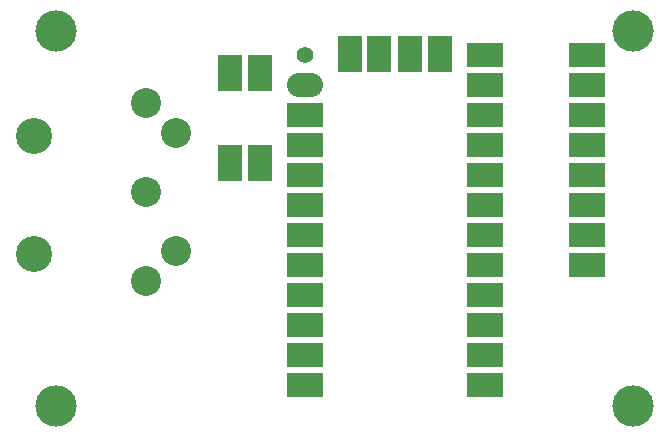
<source format=gbs>
G04 (created by PCBNEW (2013-07-07 BZR 4022)-stable) date 16/07/2014 11:45:37*
%MOIN*%
G04 Gerber Fmt 3.4, Leading zero omitted, Abs format*
%FSLAX34Y34*%
G01*
G70*
G90*
G04 APERTURE LIST*
%ADD10C,0.00590551*%
%ADD11R,0.08X0.12*%
%ADD12R,0.12X0.08*%
%ADD13C,0.055*%
%ADD14O,0.12X0.08*%
%ADD15C,0.1*%
%ADD16C,0.12*%
%ADD17C,0.137795*%
G04 APERTURE END LIST*
G54D10*
G54D11*
X38300Y-23400D03*
X38300Y-20400D03*
X39300Y-23400D03*
X39300Y-20400D03*
G54D12*
X46800Y-30800D03*
X46800Y-29800D03*
X46800Y-28800D03*
X46800Y-27800D03*
X46800Y-26800D03*
X46800Y-25800D03*
X46800Y-24800D03*
X46800Y-23800D03*
X46800Y-22800D03*
X46800Y-21800D03*
X46800Y-20800D03*
X46800Y-19800D03*
G54D11*
X45307Y-19772D03*
X44323Y-19772D03*
X43276Y-19772D03*
X42292Y-19772D03*
G54D13*
X40800Y-19800D03*
G54D14*
X40800Y-20800D03*
G54D12*
X40800Y-21800D03*
X40800Y-22800D03*
X40800Y-23800D03*
X40800Y-24800D03*
X40800Y-25800D03*
X40800Y-26800D03*
X40800Y-27800D03*
X40800Y-28800D03*
X40800Y-29800D03*
X40800Y-30800D03*
G54D15*
X35512Y-21415D03*
X35512Y-24368D03*
X35512Y-27321D03*
X36496Y-22400D03*
X36496Y-26337D03*
G54D16*
X31772Y-22498D03*
X31772Y-26435D03*
G54D17*
X32500Y-19000D03*
X51750Y-19000D03*
X51750Y-31500D03*
X32500Y-31500D03*
G54D12*
X50200Y-23800D03*
X50200Y-22800D03*
X50200Y-24800D03*
X50200Y-25800D03*
X50200Y-26800D03*
X50200Y-21800D03*
X50200Y-20800D03*
X50200Y-19800D03*
M02*

</source>
